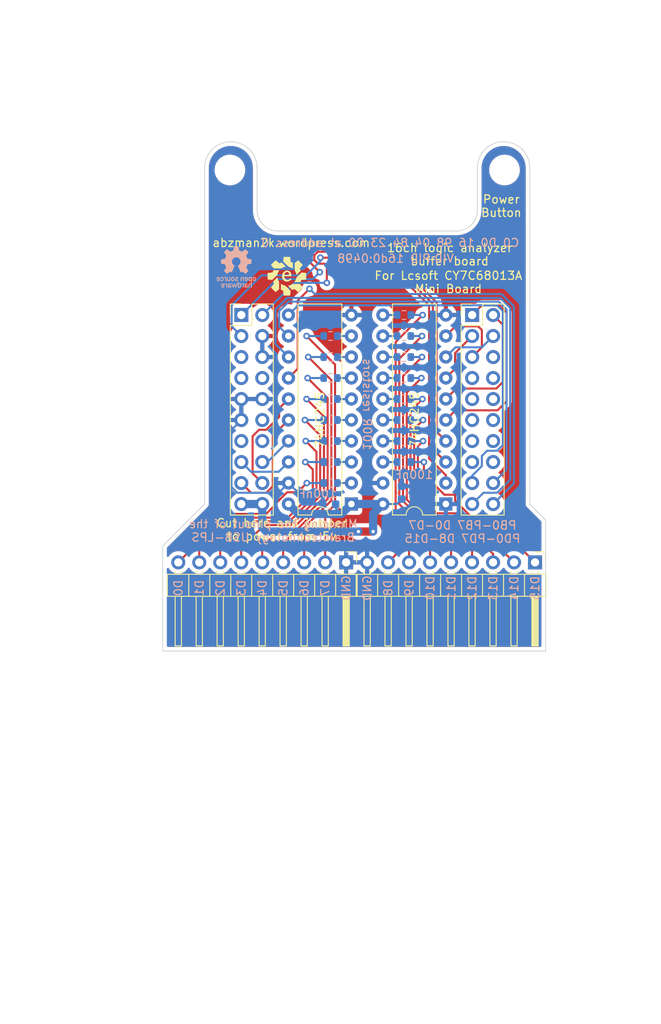
<source format=kicad_pcb>
(kicad_pcb (version 20211014) (generator pcbnew)
  (layers (0 "F.Cu" signal) (31 "B.Cu" signal) (34 "B.Paste" user) (35 "F.Paste" user) (36 "B.SilkS" user "B.Silkscreen") (37 "F.SilkS" user "F.Silkscreen") (38 "B.Mask" user) (39 "F.Mask" user) (44 "Edge.Cuts" user))
  (net 0 "")
  (net 1 "+3V3")
  (net 2 "GND")
  (net 3 "/PD5")
  (net 4 "/PD6")
  (net 5 "/PD7")
  (net 6 "/CLK")
  (net 7 "/RDY0")
  (net 8 "/RDY1")
  (net 9 "/FCLK")
  (net 10 "/SCL")
  (net 11 "/SDA")
  (net 12 "/PB0")
  (net 13 "/PB1")
  (net 14 "/PB2")
  (net 15 "/PB3")
  (net 16 "Net-(J2-Pad2)")
  (net 17 "Net-(J2-Pad3)")
  (net 18 "Net-(J2-Pad4)")
  (net 19 "Net-(J2-Pad5)")
  (net 20 "Net-(J2-Pad6)")
  (net 21 "Net-(J2-Pad7)")
  (net 22 "Net-(J2-Pad8)")
  (net 23 "/PD4")
  (net 24 "/PD3")
  (net 25 "/PD2")
  (net 26 "/PD1")
  (net 27 "/PD0")
  (net 28 "/PA7")
  (net 29 "/PA6")
  (net 30 "/PA5")
  (net 31 "/PA4")
  (net 32 "/PA3")
  (net 33 "/PA2")
  (net 34 "/PA1")
  (net 35 "/PA0")
  (net 36 "/CTL2")
  (net 37 "/CTL1")
  (net 38 "/CTL0")
  (net 39 "/PB7")
  (net 40 "/PB6")
  (net 41 "/PB5")
  (net 42 "/PB4")
  (net 43 "Net-(R1-Pad1)")
  (net 44 "Net-(R2-Pad1)")
  (net 45 "Net-(R3-Pad1)")
  (net 46 "Net-(R4-Pad1)")
  (net 47 "Net-(R5-Pad1)")
  (net 48 "Net-(R6-Pad1)")
  (net 49 "Net-(R7-Pad1)")
  (net 50 "Net-(R8-Pad1)")
  (net 51 "Net-(R9-Pad1)")
  (net 52 "Net-(R10-Pad1)")
  (net 53 "Net-(R11-Pad1)")
  (net 54 "Net-(R12-Pad1)")
  (net 55 "Net-(R13-Pad1)")
  (net 56 "Net-(R14-Pad1)")
  (net 57 "Net-(R15-Pad1)")
  (net 58 "Net-(R16-Pad1)")
  (net 59 "Net-(R10-Pad2)")
  (net 60 "Net-(R11-Pad2)")
  (net 61 "Net-(R12-Pad2)")
  (net 62 "Net-(R13-Pad2)")
  (net 63 "Net-(J2-Pad1)")
  (net 64 "Net-(R16-Pad2)")
  (net 65 "Net-(R15-Pad2)")
  (net 66 "Net-(R14-Pad2)")
  (net 67 "Net-(R9-Pad2)")
  (footprint "Connector_PinHeader_2.54mm:PinHeader_1x09_P2.54mm_Horizontal" (layer "F.Cu") (at 116.83 118.815 -90)
    (fp_text reference "J3" hide)
    (fp_text value "Conn_01x09")
    (pad "1" thru_hole rect locked (at 0 0 270) (size 1.7 1.7) (drill 1) (layers *.Cu *.Mask) (net 2 "GND"))
    (pad "2" thru_hole oval locked (at 0 2.54 270) (size 1.7 1.7) (drill 1) (layers *.Cu *.Mask) (net 64 "Net-(R16-Pad2)"))
    (pad "3" thru_hole oval locked (at 0 5.08 270) (size 1.7 1.7) (drill 1) (layers *.Cu *.Mask) (net 65 "Net-(R15-Pad2)"))
    (pad "4" thru_hole oval locked (at 0 7.62 270) (size 1.7 1.7) (drill 1) (layers *.Cu *.Mask) (net 66 "Net-(R14-Pad2)"))
    (pad "5" thru_hole oval locked (at 0 10.16 270) (size 1.7 1.7) (drill 1) (layers *.Cu *.Mask) (net 62 "Net-(R13-Pad2)"))
    (pad "6" thru_hole oval locked (at 0 12.7 270) (size 1.7 1.7) (drill 1) (layers *.Cu *.Mask) (net 61 "Net-(R12-Pad2)"))
    (pad "7" thru_hole oval locked (at 0 15.24 270) (size 1.7 1.7) (drill 1) (layers *.Cu *.Mask) (net 60 "Net-(R11-Pad2)"))
    (pad "8" thru_hole oval locked (at 0 17.78 270) (size 1.7 1.7) (drill 1) (layers *.Cu *.Mask) (net 59 "Net-(R10-Pad2)"))
    (pad "9" thru_hole oval locked (at 0 20.32 270) (size 1.7 1.7) (drill 1) (layers *.Cu *.Mask) (net 67 "Net-(R9-Pad2)"))
  )
  (footprint "MountingHole:MountingHole_2.7mm_M2.5" (layer "F.Cu") (at 102.76 71.36)
    (fp_text reference "REF**" hide)
    (fp_text value "MountingHole_2.7mm_M2.5")
    (pad "" np_thru_hole circle locked (at 0 0) (size 2.7 2.7) (drill 2.7) (layers *.Cu *.Mask))
  )
  (footprint "Connector_PinHeader_2.54mm:PinHeader_1x09_P2.54mm_Horizontal" (layer "F.Cu") (at 139.69 118.815 -90)
    (fp_text reference "J2" hide)
    (fp_text value "Conn_01x09")
    (pad "1" thru_hole rect locked (at 0 0 270) (size 1.7 1.7) (drill 1) (layers *.Cu *.Mask) (net 63 "Net-(J2-Pad1)"))
    (pad "2" thru_hole oval locked (at 0 2.54 270) (size 1.7 1.7) (drill 1) (layers *.Cu *.Mask) (net 16 "Net-(J2-Pad2)"))
    (pad "3" thru_hole oval locked (at 0 5.08 270) (size 1.7 1.7) (drill 1) (layers *.Cu *.Mask) (net 17 "Net-(J2-Pad3)"))
    (pad "4" thru_hole oval locked (at 0 7.62 270) (size 1.7 1.7) (drill 1) (layers *.Cu *.Mask) (net 18 "Net-(J2-Pad4)"))
    (pad "5" thru_hole oval locked (at 0 10.16 270) (size 1.7 1.7) (drill 1) (layers *.Cu *.Mask) (net 19 "Net-(J2-Pad5)"))
    (pad "6" thru_hole oval locked (at 0 12.7 270) (size 1.7 1.7) (drill 1) (layers *.Cu *.Mask) (net 20 "Net-(J2-Pad6)"))
    (pad "7" thru_hole oval locked (at 0 15.24 270) (size 1.7 1.7) (drill 1) (layers *.Cu *.Mask) (net 21 "Net-(J2-Pad7)"))
    (pad "8" thru_hole oval locked (at 0 17.78 270) (size 1.7 1.7) (drill 1) (layers *.Cu *.Mask) (net 22 "Net-(J2-Pad8)"))
    (pad "9" thru_hole oval locked (at 0 20.32 270) (size 1.7 1.7) (drill 1) (layers *.Cu *.Mask) (net 2 "GND"))
  )
  (footprint "MountingHole:MountingHole_2.7mm_M2.5" (layer "F.Cu") (at 136 71.36)
    (fp_text reference "REF**" hide)
    (fp_text value "MountingHole_2.7mm_M2.5")
    (pad "" np_thru_hole circle locked (at 0 0) (size 2.7 2.7) (drill 2.7) (layers *.Cu *.Mask))
  )
  (footprint "Package_DIP:DIP-20_W7.62mm" (layer "F.Cu") (at 128.895 111.755 180)
    (fp_text reference "U1" hide)
    (fp_text value "74HC245" (at 3.8 10.16 90) (layer "F.SilkS"))
    (pad "1" thru_hole rect locked (at 0 0 180) (size 1.6 1.6) (drill 0.8) (layers *.Cu *.Mask) (net 2 "GND"))
    (pad "2" thru_hole oval locked (at 0 2.54 180) (size 1.6 1.6) (drill 0.8) (layers *.Cu *.Mask) (net 5 "/PD7"))
    (pad "3" thru_hole oval locked (at 0 5.08 180) (size 1.6 1.6) (drill 0.8) (layers *.Cu *.Mask) (net 4 "/PD6"))
    (pad "4" thru_hole oval locked (at 0 7.62 180) (size 1.6 1.6) (drill 0.8) (layers *.Cu *.Mask) (net 3 "/PD5"))
    (pad "5" thru_hole oval locked (at 0 10.16 180) (size 1.6 1.6) (drill 0.8) (layers *.Cu *.Mask) (net 23 "/PD4"))
    (pad "6" thru_hole oval locked (at 0 12.7 180) (size 1.6 1.6) (drill 0.8) (layers *.Cu *.Mask) (net 24 "/PD3"))
    (pad "7" thru_hole oval locked (at 0 15.24 180) (size 1.6 1.6) (drill 0.8) (layers *.Cu *.Mask) (net 25 "/PD2"))
    (pad "8" thru_hole oval locked (at 0 17.78 180) (size 1.6 1.6) (drill 0.8) (layers *.Cu *.Mask) (net 26 "/PD1"))
    (pad "9" thru_hole oval locked (at 0 20.32 180) (size 1.6 1.6) (drill 0.8) (layers *.Cu *.Mask) (net 27 "/PD0"))
    (pad "10" thru_hole oval locked (at 0 22.86 180) (size 1.6 1.6) (drill 0.8) (layers *.Cu *.Mask) (net 2 "GND"))
    (pad "11" thru_hole oval locked (at 7.62 22.86 180) (size 1.6 1.6) (drill 0.8) (layers *.Cu *.Mask) (net 50 "Net-(R8-Pad1)"))
    (pad "12" thru_hole oval locked (at 7.62 20.32 180) (size 1.6 1.6) (drill 0.8) (layers *.Cu *.Mask) (net 49 "Net-(R7-Pad1)"))
    (pad "13" thru_hole oval locked (at 7.62 17.78 180) (size 1.6 1.6) (drill 0.8) (layers *.Cu *.Mask) (net 48 "Net-(R6-Pad1)"))
    (pad "14" thru_hole oval locked (at 7.62 15.24 180) (size 1.6 1.6) (drill 0.8) (layers *.Cu *.Mask) (net 47 "Net-(R5-Pad1)"))
    (pad "15" thru_hole oval locked (at 7.62 12.7 180) (size 1.6 1.6) (drill 0.8) (layers *.Cu *.Mask) (net 46 "Net-(R4-Pad1)"))
    (pad "16" thru_hole oval locked (at 7.62 10.16 180) (size 1.6 1.6) (drill 0.8) (layers *.Cu *.Mask) (net 45 "Net-(R3-Pad1)"))
    (pad "17" thru_hole oval locked (at 7.62 7.62 180) (size 1.6 1.6) (drill 0.8) (layers *.Cu *.Mask) (net 44 "Net-(R2-Pad1)"))
    (pad "18" thru_hole oval locked (at 7.62 5.08 180) (size 1.6 1.6) (drill 0.8) (layers *.Cu *.Mask) (net 43 "Net-(R1-Pad1)"))
    (pad "19" thru_hole oval locked (at 7.62 2.54 180) (size 1.6 1.6) (drill 0.8) (layers *.Cu *.Mask) (net 2 "GND"))
    (pad "20" thru_hole oval locked (at 7.62 0 180) (size 1.6 1.6) (drill 0.8) (layers *.Cu *.Mask) (net 1 "+3V3"))
  )
  (footprint "Connector_PinHeader_2.54mm:PinHeader_2x10_P2.54mm_Vertical" (layer "F.Cu") (at 104.14 88.9)
    (fp_text reference "J1" hide)
    (fp_text value "Conn_02x10_Odd_Even")
    (pad "1" thru_hole rect locked (at 0 0) (size 1.7 1.7) (drill 1) (layers *.Cu *.Mask) (net 3 "/PD5"))
    (pad "2" thru_hole oval locked (at 2.54 0) (size 1.7 1.7) (drill 1) (layers *.Cu *.Mask) (net 4 "/PD6"))
    (pad "3" thru_hole oval locked (at 0 2.54) (size 1.7 1.7) (drill 1) (layers *.Cu *.Mask) (net 5 "/PD7"))
    (pad "4" thru_hole oval locked (at 2.54 2.54) (size 1.7 1.7) (drill 1) (layers *.Cu *.Mask) (net 2 "GND"))
    (pad "5" thru_hole oval locked (at 0 5.08) (size 1.7 1.7) (drill 1) (layers *.Cu *.Mask) (net 6 "/CLK"))
    (pad "6" thru_hole oval locked (at 2.54 5.08) (size 1.7 1.7) (drill 1) (layers *.Cu *.Mask) (net 2 "GND"))
    (pad "7" thru_hole oval locked (at 0 7.62) (size 1.7 1.7) (drill 1) (layers *.Cu *.Mask) (net 7 "/RDY0"))
    (pad "8" thru_hole oval locked (at 2.54 7.62) (size 1.7 1.7) (drill 1) (layers *.Cu *.Mask) (net 8 "/RDY1"))
    (pad "9" thru_hole oval locked (at 0 10.16) (size 1.7 1.7) (drill 1) (layers *.Cu *.Mask) (net 2 "GND"))
    (pad "10" thru_hole oval locked (at 2.54 10.16) (size 1.7 1.7) (drill 1) (layers *.Cu *.Mask) (net 2 "GND"))
    (pad "11" thru_hole oval locked (at 0 12.7) (size 1.7 1.7) (drill 1) (layers *.Cu *.Mask) (net 2 "GND"))
    (pad "12" thru_hole oval locked (at 2.54 12.7) (size 1.7 1.7) (drill 1) (layers *.Cu *.Mask) (net 9 "/FCLK"))
    (pad "13" thru_hole oval locked (at 0 15.24) (size 1.7 1.7) (drill 1) (layers *.Cu *.Mask) (net 10 "/SCL"))
    (pad "14" thru_hole oval locked (at 2.54 15.24) (size 1.7 1.7) (drill 1) (layers *.Cu *.Mask) (net 11 "/SDA"))
    (pad "15" thru_hole oval locked (at 0 17.78) (size 1.7 1.7) (drill 1) (layers *.Cu *.Mask) (net 12 "/PB0"))
    (pad "16" thru_hole oval locked (at 2.54 17.78) (size 1.7 1.7) (drill 1) (layers *.Cu *.Mask) (net 13 "/PB1"))
    (pad "17" thru_hole oval locked (at 0 20.32) (size 1.7 1.7) (drill 1) (layers *.Cu *.Mask) (net 14 "/PB2"))
    (pad "18" thru_hole oval locked (at 2.54 20.32) (size 1.7 1.7) (drill 1) (layers *.Cu *.Mask) (net 15 "/PB3"))
    (pad "19" thru_hole oval locked (at 0 22.86) (size 1.7 1.7) (drill 1) (layers *.Cu *.Mask) (net 1 "+3V3"))
    (pad "20" thru_hole oval locked (at 2.54 22.86) (size 1.7 1.7) (drill 1) (layers *.Cu *.Mask) (net 1 "+3V3"))
  )
  (footprint "Connector_PinHeader_2.54mm:PinHeader_2x10_P2.54mm_Vertical" (layer "F.Cu") (at 132.08 88.9)
    (fp_text reference "J4" hide)
    (fp_text value "Conn_02x10_Odd_Even")
    (pad "1" thru_hole rect locked (at 0 0) (size 1.7 1.7) (drill 1) (layers *.Cu *.Mask) (net 23 "/PD4"))
    (pad "2" thru_hole oval locked (at 2.54 0) (size 1.7 1.7) (drill 1) (layers *.Cu *.Mask) (net 24 "/PD3"))
    (pad "3" thru_hole oval locked (at 0 2.54) (size 1.7 1.7) (drill 1) (layers *.Cu *.Mask) (net 25 "/PD2"))
    (pad "4" thru_hole oval locked (at 2.54 2.54) (size 1.7 1.7) (drill 1) (layers *.Cu *.Mask) (net 26 "/PD1"))
    (pad "5" thru_hole oval locked (at 0 5.08) (size 1.7 1.7) (drill 1) (layers *.Cu *.Mask) (net 27 "/PD0"))
    (pad "6" thru_hole oval locked (at 2.54 5.08) (size 1.7 1.7) (drill 1) (layers *.Cu *.Mask) (net 28 "/PA7"))
    (pad "7" thru_hole oval locked (at 0 7.62) (size 1.7 1.7) (drill 1) (layers *.Cu *.Mask) (net 29 "/PA6"))
    (pad "8" thru_hole oval locked (at 2.54 7.62) (size 1.7 1.7) (drill 1) (layers *.Cu *.Mask) (net 30 "/PA5"))
    (pad "9" thru_hole oval locked (at 0 10.16) (size 1.7 1.7) (drill 1) (layers *.Cu *.Mask) (net 31 "/PA4"))
    (pad "10" thru_hole oval locked (at 2.54 10.16) (size 1.7 1.7) (drill 1) (layers *.Cu *.Mask) (net 32 "/PA3"))
    (pad "11" thru_hole oval locked (at 0 12.7) (size 1.7 1.7) (drill 1) (layers *.Cu *.Mask) (net 33 "/PA2"))
    (pad "12" thru_hole oval locked (at 2.54 12.7) (size 1.7 1.7) (drill 1) (layers *.Cu *.Mask) (net 34 "/PA1"))
    (pad "13" thru_hole oval locked (at 0 15.24) (size 1.7 1.7) (drill 1) (layers *.Cu *.Mask) (net 35 "/PA0"))
    (pad "14" thru_hole oval locked (at 2.54 15.24) (size 1.7 1.7) (drill 1) (layers *.Cu *.Mask) (net 36 "/CTL2"))
    (pad "15" thru_hole oval locked (at 0 17.78) (size 1.7 1.7) (drill 1) (layers *.Cu *.Mask) (net 37 "/CTL1"))
    (pad "16" thru_hole oval locked (at 2.54 17.78) (size 1.7 1.7) (drill 1) (layers *.Cu *.Mask) (net 38 "/CTL0"))
    (pad "17" thru_hole oval locked (at 0 20.32) (size 1.7 1.7) (drill 1) (layers *.Cu *.Mask) (net 39 "/PB7"))
    (pad "18" thru_hole oval locked (at 2.54 20.32) (size 1.7 1.7) (drill 1) (layers *.Cu *.Mask) (net 40 "/PB6"))
    (pad "19" thru_hole oval locked (at 0 22.86) (size 1.7 1.7) (drill 1) (layers *.Cu *.Mask) (net 41 "/PB5"))
    (pad "20" thru_hole oval locked (at 2.54 22.86) (size 1.7 1.7) (drill 1) (layers *.Cu *.Mask) (net 42 "/PB4"))
  )
  (footprint "Package_DIP:DIP-20_W7.62mm" (layer "F.Cu") (at 117.465 111.755 180)
    (fp_text reference "U2" hide)
    (fp_text value "74HC245" (at 3.81 10.16 90) (layer "F.SilkS"))
    (pad "1" thru_hole rect locked (at 0 0 180) (size 1.6 1.6) (drill 0.8) (layers *.Cu *.Mask) (net 1 "+3V3"))
    (pad "2" thru_hole oval locked (at 0 2.54 180) (size 1.6 1.6) (drill 0.8) (layers *.Cu *.Mask) (net 51 "Net-(R9-Pad1)"))
    (pad "3" thru_hole oval locked (at 0 5.08 180) (size 1.6 1.6) (drill 0.8) (layers *.Cu *.Mask) (net 52 "Net-(R10-Pad1)"))
    (pad "4" thru_hole oval locked (at 0 7.62 180) (size 1.6 1.6) (drill 0.8) (layers *.Cu *.Mask) (net 53 "Net-(R11-Pad1)"))
    (pad "5" thru_hole oval locked (at 0 10.16 180) (size 1.6 1.6) (drill 0.8) (layers *.Cu *.Mask) (net 54 "Net-(R12-Pad1)"))
    (pad "6" thru_hole oval locked (at 0 12.7 180) (size 1.6 1.6) (drill 0.8) (layers *.Cu *.Mask) (net 55 "Net-(R13-Pad1)"))
    (pad "7" thru_hole oval locked (at 0 15.24 180) (size 1.6 1.6) (drill 0.8) (layers *.Cu *.Mask) (net 56 "Net-(R14-Pad1)"))
    (pad "8" thru_hole oval locked (at 0 17.78 180) (size 1.6 1.6) (drill 0.8) (layers *.Cu *.Mask) (net 57 "Net-(R15-Pad1)"))
    (pad "9" thru_hole oval locked (at 0 20.32 180) (size 1.6 1.6) (drill 0.8) (layers *.Cu *.Mask) (net 58 "Net-(R16-Pad1)"))
    (pad "10" thru_hole oval locked (at 0 22.86 180) (size 1.6 1.6) (drill 0.8) (layers *.Cu *.Mask) (net 2 "GND"))
    (pad "11" thru_hole oval locked (at 7.62 22.86 180) (size 1.6 1.6) (drill 0.8) (layers *.Cu *.Mask) (net 39 "/PB7"))
    (pad "12" thru_hole oval locked (at 7.62 20.32 180) (size 1.6 1.6) (drill 0.8) (layers *.Cu *.Mask) (net 40 "/PB6"))
    (pad "13" thru_hole oval locked (at 7.62 17.78 180) (size 1.6 1.6) (drill 0.8) (layers *.Cu *.Mask) (net 41 "/PB5"))
    (pad "14" thru_hole oval locked (at 7.62 15.24 180) (size 1.6 1.6) (drill 0.8) (layers *.Cu *.Mask) (net 42 "/PB4"))
    (pad "15" thru_hole oval locked (at 7.62 12.7 180) (size 1.6 1.6) (drill 0.8) (layers *.Cu *.Mask) (net 15 "/PB3"))
    (pad "16" thru_hole oval locked (at 7.62 10.16 180) (size 1.6 1.6) (drill 0.8) (layers *.Cu *.Mask) (net 14 "/PB2"))
    (pad "17" thru_hole oval locked (at 7.62 7.62 180) (size 1.6 1.6) (drill 0.8) (layers *.Cu *.Mask) (net 13 "/PB1"))
    (pad "18" thru_hole oval locked (at 7.62 5.08 180) (size 1.6 1.6) (drill 0.8) (layers *.Cu *.Mask) (net 12 "/PB0"))
    (pad "19" thru_hole oval locked (at 7.62 2.54 180) (size 1.6 1.6) (drill 0.8) (layers *.Cu *.Mask) (net 2 "GND"))
    (pad "20" thru_hole oval locked (at 7.62 0 180) (size 1.6 1.6) (drill 0.8) (layers *.Cu *.Mask) (net 1 "+3V3"))
  )
  (footprint "Evan's misc parts:Evan Logo" (layer "F.Cu") (at 109.6518 84.201)
    (fp_text reference "G***" hide)
    (fp_text value "LOGO" hide)
  )
  (footprint "Resistor_SMD:R_0603_1608Metric" (layer "B.Cu") (at 123.825 91.44)
    (fp_text reference "R7" hide)
    (fp_text value "100R")
    (pad "1" smd roundrect locked (at -0.825 0) (size 0.8 0.95) (layers "B.Cu" "B.Paste" "B.Mask") (net 49 "Net-(R7-Pad1)"))
    (pad "2" smd roundrect locked (at 0.825 0) (size 0.8 0.95) (layers "B.Cu" "B.Paste" "B.Mask") (net 21 "Net-(J2-Pad7)"))
  )
  (footprint "Resistor_SMD:R_0603_1608Metric" (layer "B.Cu") (at 114.935 109.22 180)
    (fp_text reference "R9" hide)
    (fp_text value "100R")
    (pad "1" smd roundrect locked (at -0.825 0 180) (size 0.8 0.95) (layers "B.Cu" "B.Paste" "B.Mask") (net 51 "Net-(R9-Pad1)"))
    (pad "2" smd roundrect locked (at 0.825 0 180) (size 0.8 0.95) (layers "B.Cu" "B.Paste" "B.Mask") (net 67 "Net-(R9-Pad2)"))
  )
  (footprint "Resistor_SMD:R_0603_1608Metric" (layer "B.Cu") (at 114.935 101.6 180)
    (fp_text reference "R12" hide)
    (fp_text value "100R")
    (pad "1" smd roundrect locked (at -0.825 0 180) (size 0.8 0.95) (layers "B.Cu" "B.Paste" "B.Mask") (net 54 "Net-(R12-Pad1)"))
    (pad "2" smd roundrect locked (at 0.825 0 180) (size 0.8 0.95) (layers "B.Cu" "B.Paste" "B.Mask") (net 61 "Net-(R12-Pad2)"))
  )
  (footprint "Resistor_SMD:R_0603_1608Metric" (layer "B.Cu") (at 123.825 104.14)
    (fp_text reference "R2" hide)
    (fp_text value "100R")
    (pad "1" smd roundrect locked (at -0.825 0) (size 0.8 0.95) (layers "B.Cu" "B.Paste" "B.Mask") (net 44 "Net-(R2-Pad1)"))
    (pad "2" smd roundrect locked (at 0.825 0) (size 0.8 0.95) (layers "B.Cu" "B.Paste" "B.Mask") (net 16 "Net-(J2-Pad2)"))
  )
  (footprint "Resistor_SMD:R_0603_1608Metric" (layer "B.Cu") (at 114.935 99.06 180)
    (fp_text reference "R13" hide)
    (fp_text value "100R")
    (pad "1" smd roundrect locked (at -0.825 0 180) (size 0.8 0.95) (layers "B.Cu" "B.Paste" "B.Mask") (net 55 "Net-(R13-Pad1)"))
    (pad "2" smd roundrect locked (at 0.825 0 180) (size 0.8 0.95) (layers "B.Cu" "B.Paste" "B.Mask") (net 62 "Net-(R13-Pad2)"))
  )
  (footprint "Resistor_SMD:R_0603_1608Metric" (layer "B.Cu") (at 123.825 88.9)
    (fp_text reference "R8" hide)
    (fp_text value "100R")
    (pad "1" smd roundrect locked (at -0.825 0) (size 0.8 0.95) (layers "B.Cu" "B.Paste" "B.Mask") (net 50 "Net-(R8-Pad1)"))
    (pad "2" smd roundrect locked (at 0.825 0) (size 0.8 0.95) (layers "B.Cu" "B.Paste" "B.Mask") (net 22 "Net-(J2-Pad8)"))
  )
  (footprint "Resistor_SMD:R_0603_1608Metric" (layer "B.Cu") (at 114.935 106.68 180)
    (fp_text reference "R10" hide)
    (fp_text value "100R")
    (pad "1" smd roundrect locked (at -0.825 0 180) (size 0.8 0.95) (layers "B.Cu" "B.Paste" "B.Mask") (net 52 "Net-(R10-Pad1)"))
    (pad "2" smd roundrect locked (at 0.825 0 180) (size 0.8 0.95) (layers "B.Cu" "B.Paste" "B.Mask") (net 59 "Net-(R10-Pad2)"))
  )
  (footprint "Capacitor_SMD:C_0603_1608Metric" (layer "B.Cu") (at 114.7826 111.7854 180)
    (fp_text reference "C1" hide)
    (fp_text value "100nF" (at 1.397 1.27) (layer "B.SilkS") (effects (justify mirror)))
    (pad "1" smd roundrect locked (at -0.775 0 180) (size 0.9 0.95) (layers "B.Cu" "B.Paste" "B.Mask") (net 1 "+3V3"))
    (pad "2" smd roundrect locked (at 0.775 0 180) (size 0.9 0.95) (layers "B.Cu" "B.Paste" "B.Mask") (net 2 "GND"))
  )
  (footprint "Resistor_SMD:R_0603_1608Metric" (layer "B.Cu") (at 123.825 96.52)
    (fp_text reference "R5" hide)
    (fp_text value "100R")
    (pad "1" smd roundrect locked (at -0.825 0) (size 0.8 0.95) (layers "B.Cu" "B.Paste" "B.Mask") (net 47 "Net-(R5-Pad1)"))
    (pad "2" smd roundrect locked (at 0.825 0) (size 0.8 0.95) (layers "B.Cu" "B.Paste" "B.Mask") (net 19 "Net-(J2-Pad5)"))
  )
  (footprint "Evan's misc parts:OSHW gear" (layer "B.Cu") (at 103.5304 83.0834 180)
    (fp_text reference "G***" hide)
    (fp_text value "LOGO" hide)
  )
  (footprint "Resistor_SMD:R_0603_1608Metric" (layer "B.Cu") (at 114.935 93.98 180)
    (fp_text reference "R15" hide)
    (fp_text value "100R")
    (pad "1" smd roundrect locked (at -0.825 0 180) (size 0.8 0.95) (layers "B.Cu" "B.Paste" "B.Mask") (net 57 "Net-(R15-Pad1)"))
    (pad "2" smd roundrect locked (at 0.825 0 180) (size 0.8 0.95) (layers "B.Cu" "B.Paste" "B.Mask") (net 65 "Net-(R15-Pad2)"))
  )
  (footprint "Capacitor_SMD:C_0603_1608Metric" (layer "B.Cu") (at 123.5456 110.3884 90)
    (fp_text reference "C2" hide)
    (fp_text value "100nF" (at 2.1844 1.4732 180) (layer "B.SilkS") (effects (justify mirror)))
    (pad "1" smd roundrect locked (at -0.775 0 90) (size 0.9 0.95) (layers "B.Cu" "B.Paste" "B.Mask") (net 1 "+3V3"))
    (pad "2" smd roundrect locked (at 0.775 0 90) (size 0.9 0.95) (layers "B.Cu" "B.Paste" "B.Mask") (net 2 "GND"))
  )
  (footprint "Resistor_SMD:R_0603_1608Metric" (layer "B.Cu") (at 123.825 93.98)
    (fp_text reference "R6" hide)
    (fp_text value "100R")
    (pad "1" smd roundrect locked (at -0.825 0) (size 0.8 0.95) (layers "B.Cu" "B.Paste" "B.Mask") (net 48 "Net-(R6-Pad1)"))
    (pad "2" smd roundrect locked (at 0.825 0) (size 0.8 0.95) (layers "B.Cu" "B.Paste" "B.Mask") (net 20 "Net-(J2-Pad6)"))
  )
  (footprint "Resistor_SMD:R_0603_1608Metric" (layer "B.Cu") (at 114.935 104.14 180)
    (fp_text reference "R11" hide)
    (fp_text value "100R")
    (pad "1" smd roundrect locked (at -0.825 0 180) (size 0.8 0.95) (layers "B.Cu" "B.Paste" "B.Mask") (net 53 "Net-(R11-Pad1)"))
    (pad "2" smd roundrect locked (at 0.825 0 180) (size 0.8 0.95) (layers "B.Cu" "B.Paste" "B.Mask") (net 60 "Net-(R11-Pad2)"))
  )
  (footprint "Resistor_SMD:R_0603_1608Metric" (layer "B.Cu") (at 123.825 106.68)
    (fp_text reference "R1" hide)
    (fp_text value "100R")
    (pad "1" smd roundrect locked (at -0.825 0) (size 0.8 0.95) (layers "B.Cu" "B.Paste" "B.Mask") (net 43 "Net-(R1-Pad1)"))
    (pad "2" smd roundrect locked (at 0.825 0) (size 0.8 0.95) (layers "B.Cu" "B.Paste" "B.Mask") (net 63 "Net-(J2-Pad1)"))
  )
  (footprint "Resistor_SMD:R_0603_1608Metric" (layer "B.Cu") (at 114.935 96.52 180)
    (fp_text reference "R14" hide)
    (fp_text value "100R")
    (pad "1" smd roundrect locked (at -0.825 0 180) (size 0.8 0.95) (layers "B.Cu" "B.Paste" "B.Mask") (net 56 "Net-(R14-Pad1)"))
    (pad "2" smd roundrect locked (at 0.825 0 180) (size 0.8 0.95) (layers "B.Cu" "B.Paste" "B.Mask") (net 66 "Net-(R14-Pad2)"))
  )
  (footprint "Resistor_SMD:R_0603_1608Metric" (layer "B.Cu") (at 114.935 91.44 180)
    (fp_text reference "R16" hide)
    (fp_text value "100R")
    (pad "1" smd roundrect locked (at -0.825 0 180) (size 0.8 0.95) (layers "B.Cu" "B.Paste" "B.Mask") (net 58 "Net-(R16-Pad1)"))
    (pad "2" smd roundrect locked (at 0.825 0 180) (size 0.8 0.95) (layers "B.Cu" "B.Paste" "B.Mask") (net 64 "Net-(R16-Pad2)"))
  )
  (footprint "Resistor_SMD:R_0603_1608Metric" (layer "B.Cu") (at 123.825 99.06)
    (fp_text reference "R4" hide)
    (fp_text value "100R")
    (pad "1" smd roundrect locked (at -0.825 0) (size 0.8 0.95) (layers "B.Cu" "B.Paste" "B.Mask") (net 46 "Net-(R4-Pad1)"))
    (pad "2" smd roundrect locked (at 0.825 0) (size 0.8 0.95) (layers "B.Cu" "B.Paste" "B.Mask") (net 18 "Net-(J2-Pad4)"))
  )
  (footprint "Resistor_SMD:R_0603_1608Metric" (layer "B.Cu") (at 123.825 101.6)
    (fp_text reference "R3" hide)
    (fp_text value "100R")
    (pad "1" smd roundrect locked (at -0.825 0) (size 0.8 0.95) (layers "B.Cu" "B.Paste" "B.Mask") (net 45 "Net-(R3-Pad1)"))
    (pad "2" smd roundrect locked (at 0.825 0) (size 0.8 0.95) (layers "B.Cu" "B.Paste" "B.Mask") (net 17 "Net-(J2-Pad3)"))
  )
  (gr_line (start 139.065 111.76) (end 140.97 113.665) (layer "Edge.Cuts") (width 0.1))
  (gr_arc (start 132.715 71.12) (mid 135.89 67.945) (end 139.065 71.12) (layer "Edge.Cuts") (width 0.1))
  (gr_arc (start 132.715 76.2) (mid 131.971051 77.996051) (end 130.175 78.74) (layer "Edge.Cuts") (width 0.1))
  (gr_line (start 94.615 116.84) (end 94.615 129.54) (layer "Edge.Cuts") (width 0.1))
  (gr_arc (start 108.585 78.74) (mid 106.788949 77.996051) (end 106.045 76.2) (layer "Edge.Cuts") (width 0.1))
  (gr_line (start 99.695 111.76) (end 97.79 113.665) (layer "Edge.Cuts") (width 0.1))
  (gr_line (start 132.715 76.2) (end 132.715 71.12) (layer "Edge.Cuts") (width 0.1))
  (gr_line (start 97.79 113.665) (end 94.615 116.84) (layer "Edge.Cuts") (width 0.1))
  (gr_arc (start 99.695 71.12) (mid 102.87 67.945) (end 106.045 71.12) (layer "Edge.Cuts") (width 0.1))
  (gr_line (start 140.97 129.54) (end 140.97 113.665) (layer "Edge.Cuts") (width 0.1))
  (gr_line (start 139.065 111.76) (end 139.065 71.12) (layer "Edge.Cuts") (width 0.1))
  (gr_line (start 99.695 71.12) (end 99.695 111.76) (layer "Edge.Cuts") (width 0.1))
  (gr_line (start 106.045 76.2) (end 106.045 71.12) (layer "Edge.Cuts") (width 0.1))
  (gr_line (start 94.615 129.54) (end 140.97 129.54) (layer "Edge.Cuts") (width 0.1))
  (gr_line (start 130.175 78.74) (end 108.585 78.74) (layer "Edge.Cuts") (width 0.1))
  (gr_text "PB0-PB7 D0-D7\nPD0-PD7 D8-D15" (at 130.9116 115.1382) (layer "B.SilkS") (effects (font (size 1 1)) (justify mirror)))
  (gr_text "D7" (at 114.3 121.92 90) (layer "B.SilkS") (effects (font (size 1 1)) (justify mirror)))
  (gr_text "D6" (at 111.76 121.92 90) (layer "B.SilkS") (effects (font (size 1 1)) (justify mirror)))
  (gr_text "GND" (at 116.84 121.92 90) (layer "B.SilkS") (effects (font (size 1 1)) (justify mirror)))
  (gr_text "D1" (at 99.06 121.92 90) (layer "B.SilkS") (effects (font (size 1 1)) (justify mirror)))
  (gr_text "D10" (at 127 121.92 90) (layer "B.SilkS") (effects (font (size 1 1)) (justify mirror)))
  (gr_text "D8" (at 121.92 121.92 90) (layer "B.SilkS") (effects (font (size 1 1)) (justify mirror)))
  (gr_text "D2" (at 101.6 121.92 90) (layer "B.SilkS") (effects (font (size 1 1)) (justify mirror)))
  (gr_text "GND" (at 119.38 121.92 90) (layer "B.SilkS") (effects (font (size 1 1)) (justify mirror)))
  (gr_text "D15" (at 139.7 121.92 90) (layer "B.SilkS") (effects (font (size 1 1)) (justify mirror)))
  (gr_text "Mimicing the pinout of the\nBraintechnology USB-LPS" (at 108.0008 114.9858) (layer "B.SilkS") (effects (font (size 1 1)) (justify mirror)))
  (gr_text "D3" (at 104.14 121.92 90) (layer "B.SilkS") (effects (font (size 1 1)) (justify mirror)))
  (gr_text "D14" (at 137.16 121.92 90) (layer "B.SilkS") (effects (font (size 1 1)) (justify mirror)))
  (gr_text "D13" (at 134.62 121.92 90) (layer "B.SilkS") (effects (font (size 1 1)) (justify mirror)))
  (gr_text "D0" (at 96.52 121.92 90) (layer "B.SilkS") (effects (font (size 1 1)) (justify mirror)))
  (gr_text "D5" (at 109.22 121.92 90) (layer "B.SilkS") (effects (font (size 1 1)) (justify mirror)))
  (gr_text "D12" (at 132.08 121.92 90) (layer "B.SilkS") (effects (font (size 1 1)) (justify mirror)))
  (gr_text "D11" (at 129.54 121.92 90) (layer "B.SilkS") (effects (font (size 1 1)) (justify mirror)))
  (gr_text "D9" (at 124.46 121.92 90) (layer "B.SilkS") (effects (font (size 1 1)) (justify mirror)))
  (gr_text "VID:PID 16d0:0498" (at 122.809 82.0674) (layer "B.SilkS") (effects (font (size 1 1)) (justify mirror)))
  (gr_text "C0 D0 16 98 04 84 23 00 at address 0" (at 122.174 80.1624) (layer "B.SilkS") (effects (font (size 1 1)) (justify mirror)))
  (gr_text "100R resistors" (at 119.38 99.695 -90) (layer "B.SilkS") (effects (font (size 1 1)) (justify mirror)))
  (gr_text "D4" (at 106.68 121.92 90) (layer "B.SilkS") (effects (font (size 1 1)) (justify mirror)))
  (gr_text "16ch logic analyzer\nbuffer board" (at 129.3622 81.5848) (layer "F.SilkS") (effects (font (size 1 1))))
  (gr_text "abzman2k.wordpress.com" (at 110.1852 80.1624) (layer "F.SilkS") (effects (font (size 1 1))))
  (gr_text "Power\nButton" (at 135.6106 75.7174) (layer "F.SilkS") (effects (font (size 1 1))))
  (gr_text "For Lcsoft CY7C68013A\nMini Board" (at 129.2098 84.9376) (layer "F.SilkS") (effects (font (size 1 1))))
  (gr_text "Cut here and jumper\nto power from 5v" (at 109.0422 114.8588) (layer "F.SilkS") (effects (font (size 1 1))))
  (segment (start 118.3132 115.0874) (end 120.0912 115.0874) (width 1) (layer "F.Cu") (net 1))
  (via (at 118.3132 115.0874) (size 0.8) (drill 0.4) (layers "F.Cu" "B.Cu") (net 1))
  (via (at 120.0912 115.0874) (size 0.8) (drill 0.4) (layers "F.Cu" "B.Cu") (net 1))
  (segment (start 120.0912 115.0874) (end 120.0912 112.9388) (width 1) (layer "B.Cu") (net 1))
  (segment (start 107.1626 115.0874) (end 118.3132 115.0874) (width 1) (layer "B.Cu") (net 1))
  (segment (start 115.5576 112.25744) (end 116.26008 112.95992) (width 0.25) (layer "B.Cu") (net 1))
  (segment (start 106.68 114.6048) (end 107.1626 115.0874) (width 1) (layer "B.Cu") (net 1))
  (segment (start 116.26008 112.95992) (end 117.465 111.755) (width 1) (layer "B.Cu") (net 1))
  (segment (start 120.0912 112.9388) (end 121.275 111.755) (width 1) (layer "B.Cu") (net 1))
  (segment (start 109.845 111.755) (end 111.04992 112.95992) (width 1) (layer "B.Cu") (net 1))
  (segment (start 106.68 111.76) (end 106.68 114.6048) (width 1) (layer "B.Cu") (net 1))
  (segment (start 115.5576 111.7854) (end 115.5576 112.25744) (width 0.25) (layer "B.Cu") (net 1))
  (segment (start 104.14 111.76) (end 106.68 111.76) (width 1) (layer "B.Cu") (net 1))
  (segment (start 111.04992 112.95992) (end 116.26008 112.95992) (width 1) (layer "B.Cu") (net 1))
  (segment (start 123.5456 111.1634) (end 122.954 111.755) (width 0.25) (layer "B.Cu") (net 1))
  (segment (start 121.275 111.755) (end 117.465 111.755) (width 1) (layer "B.Cu") (net 1))
  (segment (start 122.954 111.755) (end 121.275 111.755) (width 0.25) (layer "B.Cu") (net 1))
  (segment (start 102.9462 109.68721) (end 102.9462 102.7938) (width 0.25) (layer "B.Cu") (net 2))
  (segment (start 109.845 109.215) (end 108.665489 110.394511) (width 0.25) (layer "B.Cu") (net 2))
  (segment (start 109.845 109.215) (end 112.4154 111.7854) (width 0.25) (layer "B.Cu") (net 2))
  (segment (start 103.653501 110.394511) (end 102.9462 109.68721) (width 0.25) (layer "B.Cu") (net 2))
  (segment (start 108.665489 110.394511) (end 103.653501 110.394511) (width 0.25) (layer "B.Cu") (net 2))
  (segment (start 112.4154 111.7854) (end 114.0076 111.7854) (width 0.25) (layer "B.Cu") (net 2))
  (segment (start 102.9462 102.7938) (end 104.14 101.6) (width 0.25) (layer "B.Cu") (net 2))
  (segment (start 113.229499 80.791769) (end 112.4712 81.550068) (width 0.25) (layer "F.Cu") (net 3))
  (segment (start 127.770489 87.366269) (end 121.195989 80.791769) (width 0.25) (layer "F.Cu") (net 3))
  (segment (start 112.4712 81.550068) (end 112.4712 82.55) (width 0.25) (layer "F.Cu") (net 3))
  (segment (start 127.770489 103.010489) (end 127.770489 87.366269) (width 0.25) (layer "F.Cu") (net 3))
  (segment (start 128.895 104.135) (end 127.770489 103.010489) (width 0.25) (layer "F.Cu") (net 3))
  (segment (start 121.195989 80.791769) (end 113.229499 80.791769) (width 0.25) (layer "F.Cu") (net 3))
  (segment (start 112.4712 82.55) (end 113.6396 83.7184) (width 0.25) (layer "F.Cu") (net 3))
  (via (at 113.6396 83.7184) (size 0.8) (drill 0.4) (layers "F.Cu" "B.Cu") (net 3))
  (segment (start 112.807031 84.550969) (end 113.6396 83.7184) (width 0.25) (layer "B.Cu") (net 3))
  (segment (start 108.489031 84.550969) (end 112.807031 84.550969) (width 0.25) (layer "B.Cu") (net 3))
  (segment (start 104.14 88.9) (end 108.489031 84.550969) (width 0.25) (layer "B.Cu") (net 3))
  (segment (start 127.320969 87.552466) (end 121.009792 81.241289) (width 0.25) (layer "F.Cu") (net 4))
  (segment (start 121.009792 81.241289) (end 113.415697 81.241289) (width 0.25) (layer "F.Cu") (net 4))
  (segment (start 112.9792 81.677786) (end 112.9792 82.253814) (width 0.25) (layer "F.Cu") (net 4))
  (segment (start 112.9792 82.253814) (end 113.415697 82.690311) (width 0.25) (layer "F.Cu") (net 4))
  (segment (start 113.415697 82.690311) (end 114.210489 82.690311) (width 0.25) (layer "F.Cu") (net 4))
  (segment (start 127.320969 105.100969) (end 127.320969 87.552466) (width 0.25) (layer "F.Cu") (net 4))
  (segment (start 113.415697 81.241289) (end 112.9792 81.677786) (width 0.25) (layer "F.Cu") (net 4))
  (segment (start 128.895 106.675) (end 127.320969 105.100969) (width 0.25) (layer "F.Cu") (net 4))
  (segment (start 114.210489 82.690311) (end 114.491111 82.970933) (width 0.25) (layer "F.Cu") (net 4))
  (segment (start 114.491111 82.970933) (end 114.491111 85.000489) (width 0.25) (layer "F.Cu") (net 4))
  (via (at 114.491111 85.000489) (size 0.8) (drill 0.4) (layers "F.Cu" "B.Cu") (net 4))
  (segment (start 110.579511 85.000489) (end 111.949889 85.000489) (width 0.25) (layer "B.Cu") (net 4))
  (segment (start 111.949889 85.000489) (end 114.491111 85.000489) (width 0.25) (layer "B.Cu") (net 4))
  (segment (start 106.68 88.9) (end 110.579511 85.000489) (width 0.25) (layer "B.Cu") (net 4))
  (segment (start 126.871449 87.738663) (end 126.871449 106.241749) (width 0.25) (layer "F.Cu") (net 5))
  (segment (start 126.871449 106.241749) (end 128.895 108.2653) (width 0.25) (layer "F.Cu") (net 5))
  (segment (start 121.098586 81.9658) (end 113.7158 81.9658) (width 0.25) (layer "F.Cu") (net 5))
  (segment (start 126.871449 87.738663) (end 121.098586 81.9658) (width 0.25) (layer "F.Cu") (net 5))
  (segment (start 128.895 108.2653) (end 128.895 109.215) (width 0.25) (layer "F.Cu") (net 5))
  (via (at 113.7158 81.9658) (size 0.8) (drill 0.4) (layers "F.Cu" "B.Cu") (net 5))
  (segment (start 106.589529 84.101449) (end 111.529351 84.101449) (width 0.25) (layer "B.Cu") (net 5))
  (segment (start 102.965489 87.725489) (end 106.589529 84.101449) (width 0.25) (layer "B.Cu") (net 5))
  (segment (start 113.7158 82.3722) (end 113.7158 81.9658) (width 0.25) (layer "B.Cu") (net 5))
  (segment (start 102.965489 90.265489) (end 102.965489 87.725489) (width 0.25) (layer "B.Cu") (net 5))
  (segment (start 111.986551 84.101449) (end 113.7158 82.3722) (width 0.25) (layer "B.Cu") (net 5))
  (segment (start 104.14 91.44) (end 102.965489 90.265489) (width 0.25) (layer "B.Cu") (net 5))
  (segment (start 111.529351 84.101449) (end 111.986551 84.101449) (width 0.25) (layer "B.Cu") (net 5))
  (segment (start 108.665489 107.854511) (end 105.314511 107.854511) (width 0.25) (layer "B.Cu") (net 12))
  (segment (start 109.845 106.675) (end 108.665489 107.854511) (width 0.25) (layer "B.Cu") (net 12))
  (segment (start 105.314511 107.854511) (end 104.14 106.68) (width 0.25) (layer "B.Cu") (net 12))
  (segment (start 107.3 106.68) (end 106.68 106.68) (width 0.25) (layer "B.Cu") (net 13))
  (segment (start 109.845 104.135) (end 107.3 106.68) (width 0.25) (layer "B.Cu") (net 13))
  (segment (start 107.95 109.61101) (end 107.95 103.49) (width 0.25) (layer "F.Cu") (net 14))
  (segment (start 104.14 109.22) (end 105.314511 110.394511) (width 0.25) (layer "F.Cu") (net 14))
  (segment (start 107.95 103.49) (end 109.845 101.595) (width 0.25) (layer "F.Cu") (net 14))
  (segment (start 105.314511 110.394511) (end 107.166499 110.394511) (width 0.25) (layer "F.Cu") (net 14))
  (segment (start 107.166499 110.394511) (end 107.95 109.61101) (width 0.25) (layer "F.Cu") (net 14))
  (segment (start 105.505489 108.045489) (end 105.505489 103.558012) (width 0.25) (layer "F.Cu") (net 15))
  (segment (start 106.28899 102.774511) (end 107.166499 102.774511) (width 0.25) (layer "F.Cu") (net 15))
  (segment (start 106.68 109.22) (end 105.505489 108.045489) (width 0.25) (layer "F.Cu") (net 15))
  (segment (start 107.166499 102.774511) (end 108.720489 101.220521) (width 0.25) (layer "F.Cu") (net 15))
  (segment (start 108.720489 100.179511) (end 109.845 99.055) (width 0.25) (layer "F.Cu") (net 15))
  (segment (start 108.720489 101.220521) (end 108.720489 100.179511) (width 0.25) (layer "F.Cu") (net 15))
  (segment (start 105.505489 103.558012) (end 106.28899 102.774511) (width 0.25) (layer "F.Cu") (net 15))
  (segment (start 126.1364 104.14) (end 125.513489 104.762911) (width 0.25) (layer "F.Cu") (net 16))
  (segment (start 130.335521 112.879511) (end 132.070405 114.614395) (width 0.25) (layer "F.Cu") (net 16))
  (segment (start 125.513489 104.762911) (end 125.513489 110.622511) (width 0.25) (layer "F.Cu") (net 16))
  (segment (start 127.770489 112.879511) (end 130.335521 112.879511) (width 0.25) (layer "F.Cu") (net 16))
  (segment (start 125.513489 110.622511) (end 127.770489 112.879511) (width 0.25) (layer "F.Cu") (net 16))
  (segment (start 132.949395 114.614395) (end 137.15 118.815) (width 0.25) (layer "F.Cu") (net 16))
  (segment (start 132.070405 114.614395) (end 132.949395 114.614395) (width 0.25) (layer "F.Cu") (net 16))
  (via (at 126.1364 104.14) (size 0.8) (drill 0.4) (layers "F.Cu" "B.Cu") (net 16))
  (segment (start 124.65 104.14) (end 126.1364 104.14) (width 0.25) (layer "B.Cu") (net 16))
  (segment (start 134.61 117.789708) (end 134.61 118.815) (width 0.25) (layer "F.Cu") (net 17))
  (segment (start 127.578431 113.329031) (end 130.149323 113.329031) (width 0.25) (layer "F.Cu") (net 17))
  (segment (start 125.063969 110.814569) (end 127.578431 113.329031) (width 0.25) (layer "F.Cu") (net 17))
  (segment (start 125.063969 102.672431) (end 125.063969 110.814569) (width 0.25) (layer "F.Cu") (net 17))
  (segment (start 130.149323 113.329031) (end 134.61 117.789708) (width 0.25) (layer "F.Cu") (net 17))
  (segment (start 126.1364 101.6) (end 125.063969 102.672431) (width 0.25) (layer "F.Cu") (net 17))
  (via (at 126.1364 101.6) (size 0.8) (drill 0.4) (layers "F.Cu" "B.Cu") (net 17))
  (segment (start 124.65 101.6) (end 126.1364 101.6) (width 0.25) (layer "B.Cu") (net 17))
  (segment (start 124.614449 111.000766) (end 127.392234 113.778551) (width 0.25) (layer "F.Cu") (net 18))
  (segment (start 124.614449 100.505751) (end 124.614449 111.000766) (width 0.25) (layer "F.Cu") (net 18))
  (segment (start 132.07 115.885426) (end 132.07 118.815) (width 0.25) (layer "F.Cu") (net 18))
  (segment (start 127.392234 113.778551) (end 129.963125 113.778551) (width 0.25) (layer "F.Cu") (net 18))
  (segment (start 129.963125 113.778551) (end 132.07 115.885426) (width 0.25) (layer "F.Cu") (net 18))
  (segment (start 126.0602 99.06) (end 124.614449 100.505751) (width 0.25) (layer "F.Cu") (net 18))
  (via (at 126.0602 99.06) (size 0.8) (drill 0.4) (layers "F.Cu" "B.Cu") (net 18))
  (segment (start 124.65 99.06) (end 126.0602 99.06) (width 0.25) (layer "B.Cu") (net 18))
  (segment (start 124.164929 111.210929) (end 129.53 116.576) (width 0.25) (layer "F.Cu") (net 19))
  (segment (start 124.164929 98.288271) (end 124.164929 111.210929) (width 0.25) (layer "F.Cu") (net 19))
  (segment (start 129.53 116.576) (end 129.53 118.815) (width 0.25) (layer "F.Cu") (net 19))
  (segment (start 125.9332 96.52) (end 124.164929 98.288271) (width 0.25) (layer "F.Cu") (net 19))
  (via (at 125.9332 96.52) (size 0.8) (drill 0.4) (layers "F.Cu" "B.Cu") (net 19))
  (segment (start 124.65 96.52) (end 125.9332 96.52) (width 0.25) (layer "B.Cu") (net 19))
  (segment (start 123.715409 111.397127) (end 126.99 114.671718) (width 0.25) (layer "F.Cu") (net 20))
  (segment (start 126.0094 93.98) (end 123.715409 96.273991) (width 0.25) (layer "F.Cu") (net 20))
  (segment (start 123.715409 96.273991) (end 123.715409 111.397127) (width 0.25) (layer "F.Cu") (net 20))
  (segment (start 126.99 114.671718) (end 126.99 118.815) (width 0.25) (layer "F.Cu") (net 20))
  (via (at 126.0094 93.98) (size 0.8) (drill 0.4) (layers "F.Cu" "B.Cu") (net 20))
  (segment (start 124.65 93.98) (end 126.0094 93.98) (width 0.25) (layer "B.Cu") (net 20))
  (segment (start 124.45 112.9638) (end 123.265889 111.779689) (width 0.25) (layer "F.Cu") (net 21))
  (segment (start 123.265889 111.779689) (end 123.265889 94.183511) (width 0.25) (layer "F.Cu") (net 21))
  (segment (start 123.265889 94.183511) (end 126.0094 91.44) (width 0.25) (layer "F.Cu") (net 21))
  (segment (start 124.45 118.815) (end 124.45 112.9638) (width 0.25) (layer "F.Cu") (net 21))
  (via (at 126.0094 91.44) (size 0.8) (drill 0.4) (layers "F.Cu" "B.Cu") (net 21))
  (segment (start 124.65 91.44) (end 126.0094 91.44) (width 0.25) (layer "B.Cu") (net 21))
  (segment (start 126.0856 88.9) (end 122.816369 92.169231) (width 0.25) (layer "F.Cu") (net 22))
  (segment (start 122.816369 92.169231) (end 122.816369 117.908631) (width 0.25) (layer "F.Cu") (net 22))
  (segment (start 122.816369 117.908631) (end 121.91 118.815) (width 0.25) (layer "F.Cu") (net 22))
  (via (at 126.0856 88.9) (size 0.8) (drill 0.4) (layers "F.Cu" "B.Cu") (net 22))
  (segment (start 124.65 88.9) (end 126.0856 88.9) (width 0.25) (layer "B.Cu") (net 22))
  (segment (start 136.244031 88.619031) (end 136.244031 99.340969) (width 0.25) (layer "F.Cu") (net 23))
  (segment (start 136.244031 99.340969) (end 135.159511 100.425489) (width 0.25) (layer "F.Cu") (net 23))
  (segment (start 133.254511 87.725489) (end 135.350489 87.725489) (width 0.25) (layer "F.Cu") (net 23))
  (segment (start 135.159511 100.425489) (end 130.064511 100.425489) (width 0.25) (layer "F.Cu") (net 23))
  (segment (start 132.08 88.9) (end 133.254511 87.725489) (width 0.25) (layer "F.Cu") (net 23))
  (segment (start 130.064511 100.425489) (end 128.895 101.595) (width 0.25) (layer "F.Cu") (net 23))
  (segment (start 135.350489 87.725489) (end 136.244031 88.619031) (width 0.25) (layer "F.Cu") (net 23))
  (segment (start 135.794511 97.006499) (end 135.01101 97.79) (width 0.25) (layer "F.Cu") (net 24))
  (segment (start 135.794511 90.074511) (end 135.794511 97.006499) (width 0.25) (layer "F.Cu") (net 24))
  (segment (start 130.16 97.79) (end 128.895 99.055) (width 0.25) (layer "F.Cu") (net 24))
  (segment (start 135.01101 97.79) (end 130.16 97.79) (width 0.25) (layer "F.Cu") (net 24))
  (segment (start 134.62 88.9) (end 135.794511 90.074511) (width 0.25) (layer "F.Cu") (net 24))
  (segment (start 130.019511 93.500489) (end 130.019511 95.390489) (width 0.25) (layer "F.Cu") (net 25))
  (segment (start 130.019511 95.390489) (end 128.895 96.515) (width 0.25) (layer "F.Cu") (net 25))
  (segment (start 132.08 91.44) (end 130.019511 93.500489) (width 0.25) (layer "F.Cu") (net 25))
  (segment (start 130.064511 92.805489) (end 128.895 93.975) (width 0.25) (layer "B.Cu") (net 26))
  (segment (start 134.62 91.44) (end 133.254511 92.805489) (width 0.25) (layer "B.Cu") (net 26))
  (segment (start 133.254511 92.805489) (end 130.064511 92.805489) (width 0.25) (layer "B.Cu") (net 26))
  (segment (start 130.064511 90.265489) (end 132.810489 90.265489) (width 0.25) (layer "F.Cu") (net 27))
  (segment (start 133.254511 90.709511) (end 133.254511 92.805489) (width 0.25) (layer "F.Cu") (net 27))
  (segment (start 128.895 91.435) (end 130.064511 90.265489) (width 0.25) (layer "F.Cu") (net 27))
  (segment (start 132.810489 90.265489) (end 133.254511 90.709511) (width 0.25) (layer "F.Cu") (net 27))
  (segment (start 133.254511 92.805489) (end 132.08 93.98) (width 0.25) (layer "F.Cu") (net 27))
  (segment (start 135.794511 104.626499) (end 135.794511 88.413501) (width 0.25) (layer "B.Cu") (net 39))
  (segment (start 132.08 109.22) (end 132.08 108.34101) (width 0.25) (layer "B.Cu") (net 39))
  (segment (start 133.254511 107.166499) (end 133.254511 105.949511) (width 0.25) (layer "B.Cu") (net 39))
  (segment (start 133.889511 105.314511) (end 135.106499 105.314511) (width 0.25) (layer "B.Cu") (net 39))
  (segment (start 135.106499 105.314511) (end 135.794511 104.626499) (width 0.25) (layer "B.Cu") (net 39))
  (segment (start 111.014511 87.725489) (end 109.845 88.895) (width 0.25) (layer "B.Cu") (net 39))
  (segment (start 133.254511 105.949511) (end 133.889511 105.314511) (width 0.25) (layer "B.Cu") (net 39))
  (segment (start 132.08 108.34101) (end 133.254511 107.166499) (width 0.25) (layer "B.Cu") (net 39))
  (segment (start 135.106499 87.725489) (end 111.014511 87.725489) (width 0.25) (layer "B.Cu") (net 39))
  (segment (start 135.794511 88.413501) (end 135.106499 87.725489) (width 0.25) (layer "B.Cu") (net 39))
  (segment (start 136.244031 88.227304) (end 135.292696 87.275969) (width 0.25) (layer "B.Cu") (net 40))
  (segment (start 136.244031 107.595969) (end 136.244031 88.227304) (width 0.25) (layer "B.Cu") (net 40))
  (segment (start 108.720489 90.310489) (end 109.845 91.435) (width 0.25) (layer "B.Cu") (net 40))
  (segment (start 135.292696 87.275969) (end 109.873731 87.275969) (width 0.25) (layer "B.Cu") (net 40))
  (segment (start 108.720489 88.429211) (end 108.720489 90.310489) (width 0.25) (layer "B.Cu") (net 40))
  (segment (start 109.873731 87.275969) (end 108.720489 88.429211) (width 0.25) (layer "B.Cu") (net 40))
  (segment (start 134.62 109.22) (end 136.244031 107.595969) (width 0.25) (layer "B.Cu") (net 40))
  (segment (start 109.687534 86.826449) (end 108.270969 88.243014) (width 0.25) (layer "B.Cu") (net 41))
  (segment (start 108.270969 92.400969) (end 109.845 93.975) (width 0.25) (layer "B.Cu") (net 41))
  (segment (start 136.693551 108.807459) (end 136.693551 88.041107) (width 0.25) (layer "B.Cu") (net 41))
  (segment (start 135.106499 110.394511) (end 136.693551 108.807459) (width 0.25) (layer "B.Cu") (net 41))
  (segment (start 108.270969 88.243014) (end 108.270969 92.400969) (width 0.25) (layer "B.Cu") (net 41))
  (segment (start 136.693551 88.041107) (end 135.478893 86.826449) (width 0.25) (layer "B.Cu") (net 41))
  (segment (start 133.445489 110.394511) (end 135.106499 110.394511) (width 0.25) (layer "B.Cu") (net 41))
  (segment (start 135.478893 86.826449) (end 109.687534 86.826449) (width 0.25) (layer "B.Cu") (net 41))
  (segment (start 132.08 111.76) (end 133.445489 110.394511) (width 0.25) (layer "B.Cu") (net 41))
  (segment (start 109.845 96.515) (end 110.969511 95.390489) (width 0.25) (layer "F.Cu") (net 42))
  (segment (start 110.969511 95.390489) (end 110.969511 87.150489) (width 0.25) (layer "F.Cu") (net 42))
  (segment (start 110.969511 87.150489) (end 112.395 85.725) (width 0.25) (layer "F.Cu") (net 42))
  (via (at 112.395 85.725) (size 0.8) (drill 0.4) (layers "F.Cu" "B.Cu") (net 42))
  (segment (start 135.648162 86.36) (end 113.03 86.36) (width 0.25) (layer "B.Cu") (net 42))
  (segment (start 113.03 86.36) (end 112.395 85.725) (width 0.25) (layer "B.Cu") (net 42))
  (segment (start 137.143071 109.236929) (end 137.143071 87.854909) (width 0.25) (layer "B.Cu") (net 42))
  (segment (start 134.62 111.76) (end 137.143071 109.236929) (width 0.25) (layer "B.Cu") (net 42))
  (segment (start 137.143071 87.854909) (end 135.648162 86.36) (width 0.25) (layer "B.Cu") (net 42))
  (segment (start 121.28 106.68) (end 121.275 106.675) (width 0.25) (layer "B.Cu") (net 43))
  (segment (start 123 106.68) (end 121.28 106.68) (width 0.25) (layer "B.Cu") (net 43))
  (segment (start 123 104.14) (end 121.28 104.14) (width 0.25) (layer "B.Cu") (net 44))
  (segment (start 121.28 104.14) (end 121.275 104.135) (width 0.25) (layer "B.Cu") (net 44))
  (segment (start 123 101.6) (end 121.28 101.6) (width 0.25) (layer "B.Cu") (net 45))
  (segment (start 121.28 101.6) (end 121.275 101.595) (width 0.25) (layer "B.Cu") (net 45))
  (segment (start 123 99.06) (end 121.28 99.06) (width 0.25) (layer "B.Cu") (net 46))
  (segment (start 121.28 99.06) (end 121.275 99.055) (width 0.25) (layer "B.Cu") (net 46))
  (segment (start 123 96.52) (end 121.28 96.52) (width 0.25) (layer "B.Cu") (net 47))
  (segment (start 121.28 96.52) (end 121.275 96.515) (width 0.25) (layer "B.Cu") (net 47))
  (segment (start 121.28 93.98) (end 121.275 93.975) (width 0.25) (layer "B.Cu") (net 48))
  (segment (start 123 93.98) (end 121.28 93.98) (width 0.25) (layer "B.Cu") (net 48))
  (segment (start 121.28 91.44) (end 121.275 91.435) (width 0.25) (layer "B.Cu") (net 49))
  (segment (start 123 91.44) (end 121.28 91.44) (width 0.25) (layer "B.Cu") (net 49))
  (segment (start 121.28 88.9) (end 121.275 88.895) (width 0.25) (layer "B.Cu") (net 50))
  (segment (start 123 88.9) (end 121.28 88.9) (width 0.25) (layer "B.Cu") (net 50))
  (segment (start 115.765 109.215) (end 115.76 109.22) (width 0.25) (layer "B.Cu") (net 51))
  (segment (start 117.465 109.215) (end 115.765 109.215) (width 0.25) (layer "B.Cu") (net 51))
  (segment (start 115.765 106.675) (end 115.76 106.68) (width 0.25) (layer "B.Cu") (net 52))
  (segment (start 117.465 106.675) (end 115.765 106.675) (width 0.25) (layer "B.Cu") (net 52))
  (segment (start 117.465 104.135) (end 115.765 104.135) (width 0.25) (layer "B.Cu") (net 53))
  (segment (start 115.765 104.135) (end 115.76 104.14) (width 0.25) (layer "B.Cu") (net 53))
  (segment (start 115.765 101.595) (end 115.76 101.6) (width 0.25) (layer "B.Cu") (net 54))
  (segment (start 117.465 101.595) (end 115.765 101.595) (width 0.25) (layer "B.Cu") (net 54))
  (segment (start 115.76 99.06) (end 117.46 99.06) (width 0.25) (layer "B.Cu") (net 55))
  (segment (start 117.46 99.06) (end 117.465 99.055) (width 0.25) (layer "B.Cu") (net 55))
  (segment (start 117.46 96.52) (end 117.465 96.515) (width 0.25) (layer "B.Cu") (net 56))
  (segment (start 115.76 96.52) (end 117.46 96.52) (width 0.25) (layer "B.Cu") (net 56))
  (segment (start 115.76 93.98) (end 117.46 93.98) (width 0.25) (layer "B.Cu") (net 57))
  (segment (start 117.46 93.98) (end 117.465 93.975) (width 0.25) (layer "B.Cu") (net 57))
  (segment (start 115.76 91.44) (end 117.46 91.44) (width 0.25) (layer "B.Cu") (net 58))
  (segment (start 117.46 91.44) (end 117.465 91.435) (width 0.25) (layer "B.Cu") (net 58))
  (segment (start 99.05 116.910718) (end 99.05 118.815) (width 0.25) (layer "F.Cu") (net 59))
  (segment (start 112.789311 107.582311) (end 112.789311 110.400989) (width 0.25) (layer "F.Cu") (net 59))
  (segment (start 111.887 106.68) (end 112.789311 107.582311) (width 0.25) (layer "F.Cu") (net 59))
  (segment (start 109.78698 113.40332) (end 102.557398 113.40332) (width 0.25) (layer "F.Cu") (net 59))
  (segment (start 112.789311 110.400989) (end 109.78698 113.40332) (width 0.25) (layer "F.Cu") (net 59))
  (segment (start 102.557398 113.40332) (end 99.05 116.910718) (width 0.25) (layer "F.Cu") (net 59))
  (via (at 111.887 106.68) (size 0.8) (drill 0.4) (layers "F.Cu" "B.Cu") (net 59))
  (segment (start 114.11 106.68) (end 111.887 106.68) (width 0.25) (layer "B.Cu") (net 59))
  (segment (start 109.973177 113.85284) (end 104.6734 113.85284) (width 0.25) (layer "F.Cu") (net 60))
  (segment (start 104.6734 113.85284) (end 101.59 116.93624) (width 0.25) (layer "F.Cu") (net 60))
  (segment (start 113.238831 105.441031) (end 113.238831 110.587186) (width 0.25) (layer "F.Cu") (net 60))
  (segment (start 111.9378 104.14) (end 113.238831 105.441031) (width 0.25) (layer "F.Cu") (net 60))
  (segment (start 113.238831 110.587186) (end 109.973177 113.85284) (width 0.25) (layer "F.Cu") (net 60))
  (segment (start 101.59 116.93624) (end 101.59 118.815) (width 0.25) (layer "F.Cu") (net 60))
  (via (at 111.9378 104.14) (size 0.8) (drill 0.4) (layers "F.Cu" "B.Cu") (net 60))
  (segment (start 114.11 104.14) (end 111.9378 104.14) (width 0.25) (layer "B.Cu") (net 60))
  (segment (start 104.13 117.08096) (end 104.13 118.815) (width 0.25) (layer "F.Cu") (net 61))
  (segment (start 106.9086 114.30236) (end 104.13 117.08096) (width 0.25) (layer "F.Cu") (net 61))
  (segment (start 113.688351 103.452151) (end 113.688351 110.773383) (width 0.25) (layer "F.Cu") (net 61))
  (segment (start 111.8362 101.6) (end 113.688351 103.452151) (width 0.25) (layer "F.Cu") (net 61))
  (segment (start 110.159374 114.30236) (end 106.9086 114.30236) (width 0.25) (layer "F.Cu") (net 61))
  (segment (start 113.688351 110.773383) (end 110.159374 114.30236) (width 0.25) (layer "F.Cu") (net 61))
  (via (at 111.8362 101.6) (size 0.8) (drill 0.4) (layers "F.Cu" "B.Cu") (net 61))
  (segment (start 114.11 101.6) (end 111.8362 101.6) (width 0.25) (layer "B.Cu") (net 61))
  (segment (start 106.67 116.97168) (end 106.67 118.815) (width 0.25) (layer "F.Cu") (net 62))
  (segment (start 112.0394 99.06) (end 114.137871 101.158471) (width 0.25) (layer "F.Cu") (net 62))
  (segment (start 114.137871 101.158471) (end 114.137871 110.95958) (width 0.25) (layer "F.Cu") (net 62))
  (segment (start 108.8898 114.75188) (end 106.67 116.97168) (width 0.25) (layer "F.Cu") (net 62))
  (segment (start 114.137871 110.95958) (end 110.345571 114.75188) (width 0.25) (layer "F.Cu") (net 62))
  (segment (start 110.345571 114.75188) (end 108.8898 114.75188) (width 0.25) (layer "F.Cu") (net 62))
  (via (at 112.0394 99.06) (size 0.8) (drill 0.4) (layers "F.Cu" "B.Cu") (net 62))
  (segment (start 114.11 99.06) (end 112.0394 99.06) (width 0.25) (layer "B.Cu") (net 62))
  (segment (start 134.506905 113.631905) (end 139.69 118.815) (width 0.25) (layer "F.Cu") (net 63))
  (segment (start 132.290895 113.631905) (end 134.506905 113.631905) (width 0.25) (layer "F.Cu") (net 63))
  (segment (start 126.238 108.1483) (end 128.720189 110.630489) (width 0.25) (layer "F.Cu") (net 63))
  (segment (start 130.019511 111.360521) (end 132.290895 113.631905) (width 0.25) (layer "F.Cu") (net 63))
  (segment (start 126.238 106.68) (end 126.238 108.1483) (width 0.25) (layer "F.Cu") (net 63))
  (segment (start 128.720189 110.630489) (end 130.019511 110.630489) (width 0.25) (layer "F.Cu") (net 63))
  (segment (start 130.019511 110.630489) (end 130.019511 111.360521) (width 0.25) (layer "F.Cu") (net 63))
  (via (at 126.238 106.68) (size 0.8) (drill 0.4) (layers "F.Cu" "B.Cu") (net 63))
  (segment (start 124.65 106.68) (end 126.238 106.68) (width 0.25) (layer "B.Cu") (net 63))
  (segment (start 115.486431 94.887031) (end 112.0394 91.44) (width 0.25) (layer "F.Cu") (net 64))
  (segment (start 114.29 112.999862) (end 115.486431 111.803431) (width 0.25) (layer "F.Cu") (net 64))
  (segment (start 115.486431 111.803431) (end 115.486431 94.887031) (width 0.25) (layer "F.Cu") (net 64))
  (segment (start 114.29 118.815) (end 114.29 112.999862) (width 0.25) (layer "F.Cu") (net 64))
  (via (at 112.0394 91.44) (size 0.8) (drill 0.4) (layers "F.Cu" "B.Cu") (net 64))
  (segment (start 114.11 91.44) (end 112.0394 91.44) (width 0.25) (layer "B.Cu") (net 64))
  (segment (start 115.036911 96.774311) (end 115.036911 111.331975) (width 0.25) (layer "F.Cu") (net 65))
  (segment (start 112.2426 93.98) (end 115.036911 96.774311) (width 0.25) (layer "F.Cu") (net 65))
  (segment (start 111.75 114.618886) (end 111.75 118.815) (width 0.25) (layer "F.Cu") (net 65))
  (segment (start 115.036911 111.331975) (end 111.75 114.618886) (width 0.25) (layer "F.Cu") (net 65))
  (via (at 112.2426 93.98) (size 0.8) (drill 0.4) (layers "F.Cu" "B.Cu") (net 65))
  (segment (start 114.11 93.98) (end 112.2426 93.98) (width 0.25) (layer "B.Cu") (net 65))
  (segment (start 114.587391 111.145777) (end 109.21 116.523168) (width 0.25) (layer "F.Cu") (net 66))
  (segment (start 109.21 116.523168) (end 109.21 118.815) (width 0.25) (layer "F.Cu") (net 66))
  (segment (start 112.1664 96.52) (end 114.587391 98.940991) (width 0.25) (layer "F.Cu") (net 66))
  (segment (start 114.587391 98.940991) (end 114.587391 111.145777) (width 0.25) (layer "F.Cu") (net 66))
  (via (at 112.1664 96.52) (size 0.8) (drill 0.4) (layers "F.Cu" "B.Cu") (net 66))
  (segment (start 114.11 96.52) (end 112.1664 96.52) (width 0.25) (layer "B.Cu") (net 66))
  (segment (start 109.670189 110.339511) (end 110.945289 110.339511) (width 0.25) (layer "F.Cu") (net 67))
  (segment (start 112.0648 109.22) (end 110.945289 110.339511) (width 0.25) (layer "F.Cu") (net 67))
  (segment (start 102.3712 112.9538) (end 96.51 118.815) (width 0.25) (layer "F.Cu") (net 67))
  (segment (start 108.323305 111.777705) (end 107.14721 112.9538) (width 0.25) (layer "F.Cu") (net 67))
  (segment (start 108.323305 111.686395) (end 109.670189 110.339511) (width 0.25) (layer "F.Cu") (net 67))
  (segment (start 108.323305 111.777705) (end 108.323305 111.686395) (width 0.25) (layer "F.Cu") (net 67))
  (segment (start 107.14721 112.9538) (end 102.3712 112.9538) (width 0.25) (layer "F.Cu") (net 67))
  (via (at 112.0648 109.22) (size 0.8) (drill 0.4) (layers "F.Cu" "B.Cu") (net 67))
  (segment (start 114.11 109.22) (end 112.0648 109.22) (width 0.25) (layer "B.Cu") (net 67))
  (zone (net 2) (net_name "GND") (layers F&B.Cu) (connect_pads (clearance 0.508)) (min_thickness 0.254) (fill yes (thermal_gap 0.508) (thermal_bridge_width 0.508))
    (polygon (pts (xy 154.94 174.625) (xy 80.645 170.18) (xy 74.93 67.945) (xy 144.145 50.8)))
  )
)
</source>
